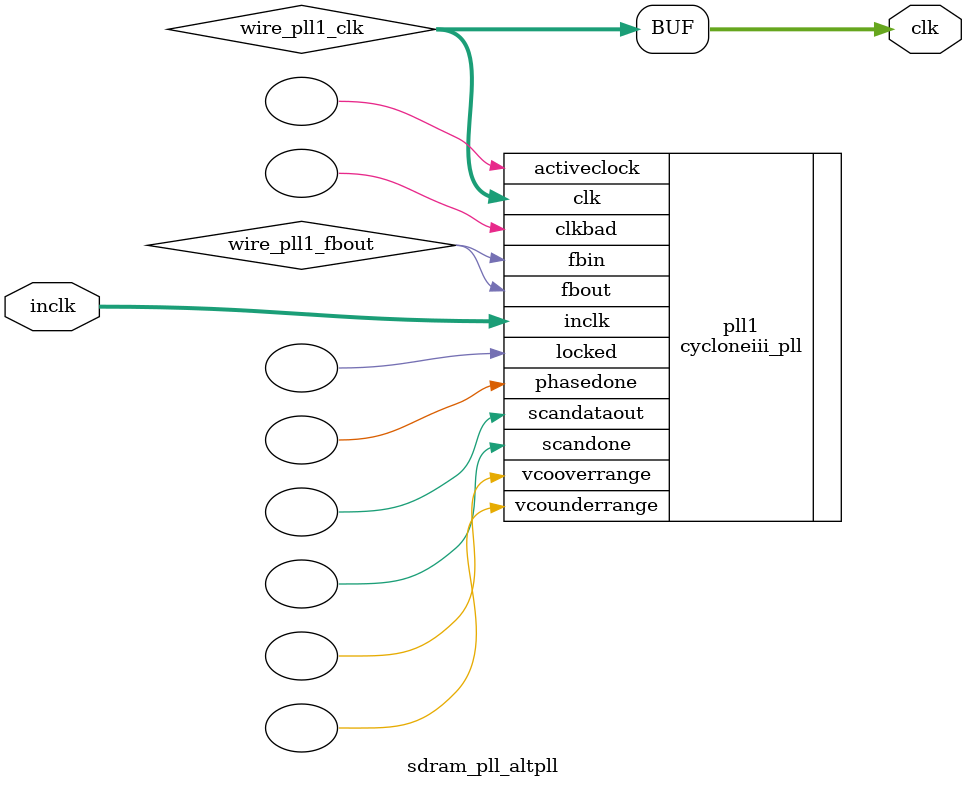
<source format=v>






//synthesis_resources = cycloneiii_pll 1 
//synopsys translate_off
`timescale 1 ps / 1 ps
//synopsys translate_on
module  sdram_pll_altpll
	( 
	clk,
	inclk) /* synthesis synthesis_clearbox=1 */;
	output   [4:0]  clk;
	input   [1:0]  inclk;
`ifndef ALTERA_RESERVED_QIS
// synopsys translate_off
`endif
	tri0   [1:0]  inclk;
`ifndef ALTERA_RESERVED_QIS
// synopsys translate_on
`endif

	wire  [4:0]   wire_pll1_clk;
	wire  wire_pll1_fbout;

	cycloneiii_pll   pll1
	( 
	.activeclock(),
	.clk(wire_pll1_clk),
	.clkbad(),
	.fbin(wire_pll1_fbout),
	.fbout(wire_pll1_fbout),
	.inclk(inclk),
	.locked(),
	.phasedone(),
	.scandataout(),
	.scandone(),
	.vcooverrange(),
	.vcounderrange()
	`ifndef FORMAL_VERIFICATION
	// synopsys translate_off
	`endif
	,
	.areset(1'b0),
	.clkswitch(1'b0),
	.configupdate(1'b0),
	.pfdena(1'b1),
	.phasecounterselect({3{1'b0}}),
	.phasestep(1'b0),
	.phaseupdown(1'b0),
	.scanclk(1'b0),
	.scanclkena(1'b1),
	.scandata(1'b0)
	`ifndef FORMAL_VERIFICATION
	// synopsys translate_on
	`endif
	);
	defparam
		pll1.bandwidth_type = "auto",
		pll1.clk0_divide_by = 1,
		pll1.clk0_duty_cycle = 50,
		pll1.clk0_multiply_by = 1,
		pll1.clk0_phase_shift = "-3000",
		pll1.clk1_divide_by = 1,
		pll1.clk1_duty_cycle = 50,
		pll1.clk1_multiply_by = 1,
		pll1.clk1_phase_shift = "0",
		pll1.compensate_clock = "clk0",
		pll1.inclk0_input_frequency = 20000,
		pll1.operation_mode = "normal",
		pll1.pll_type = "auto",
		pll1.lpm_type = "cycloneiii_pll";
	assign
		clk = {wire_pll1_clk[4:0]};
endmodule //sdram_pll_altpll
//VALID FILE

</source>
